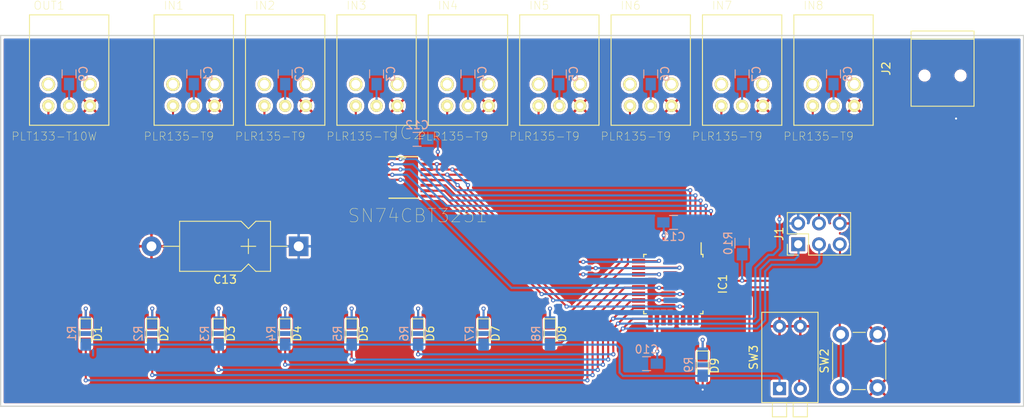
<source format=kicad_pcb>
(kicad_pcb (version 4) (host pcbnew 4.0.6)
  (layers (0 F.Cu signal) (31 B.Cu signal) (34 B.Paste user hide) (35 F.Paste user hide) (36 B.SilkS user) (37 F.SilkS user) (38 B.Mask user) (39 F.Mask user) (44 Edge.Cuts user))
  (net 0 "")
  (net 1 IN4)
  (net 2 IN5)
  (net 3 GND)
  (net 4 "Net-(C11-Pad1)")
  (net 5 LED7)
  (net 6 LED8)
  (net 7 IN6)
  (net 8 IN7)
  (net 9 IN8)
  (net 10 LED1)
  (net 11 LED2)
  (net 12 LED3)
  (net 13 LED4)
  (net 14 LED5)
  (net 15 LED6)
  (net 16 "Net-(C10-Pad1)")
  (net 17 "Net-(IC1-Pad19)")
  (net 18 "Net-(IC1-Pad20)")
  (net 19 "Net-(IC1-Pad22)")
  (net 20 S0)
  (net 21 S1)
  (net 22 S2)
  (net 23 /OE)
  (net 24 DIP1)
  (net 25 TACT)
  (net 26 "Net-(IC1-Pad29)")
  (net 27 IN1)
  (net 28 IN2)
  (net 29 IN3)
  (net 30 OUT)
  (net 31 "Net-(IC2-Pad6)")
  (net 32 "Net-(C12-Pad1)")
  (net 33 "Net-(C1-Pad1)")
  (net 34 "Net-(C2-Pad1)")
  (net 35 "Net-(C3-Pad1)")
  (net 36 "Net-(C4-Pad1)")
  (net 37 "Net-(C5-Pad1)")
  (net 38 "Net-(C6-Pad1)")
  (net 39 "Net-(C7-Pad1)")
  (net 40 "Net-(C8-Pad1)")
  (net 41 "Net-(C9-Pad1)")
  (net 42 VCC)
  (net 43 "Net-(D1-Pad1)")
  (net 44 "Net-(D2-Pad1)")
  (net 45 "Net-(D3-Pad1)")
  (net 46 "Net-(D4-Pad1)")
  (net 47 "Net-(D5-Pad1)")
  (net 48 "Net-(D6-Pad1)")
  (net 49 "Net-(D7-Pad1)")
  (net 50 "Net-(D8-Pad1)")
  (net 51 "Net-(D9-Pad1)")
  (net 52 "Net-(J2-Pad2)")
  (net 53 "Net-(J2-Pad3)")
  (net 54 "Net-(J2-Pad4)")
  (net 55 DIP2)
  (module Housings_QFP:TQFP-32_7x7mm_Pitch0.8mm (layer F.Cu) (at 142.97 99.36 270)
    (fp_text reference IC1 (at 0 -6.05 270) (layer F.SilkS))
    (fp_text value ATMEGA48A-AU)
    (pad 1 smd rect (at -4.25 -2.8 270) (size 1.6 0.55) (layers F.Cu F.Paste F.Mask) (net 1 IN4))
    (pad 2 smd rect (at -4.25 -2 270) (size 1.6 0.55) (layers F.Cu F.Paste F.Mask) (net 2 IN5))
    (pad 3 smd rect (at -4.25 -1.2 270) (size 1.6 0.55) (layers F.Cu F.Paste F.Mask) (net 3 GND))
    (pad 4 smd rect (at -4.25 -0.4 270) (size 1.6 0.55) (layers F.Cu F.Paste F.Mask) (net 4 "Net-(C11-Pad1)"))
    (pad 5 smd rect (at -4.25 0.4 270) (size 1.6 0.55) (layers F.Cu F.Paste F.Mask) (net 3 GND))
    (pad 6 smd rect (at -4.25 1.2 270) (size 1.6 0.55) (layers F.Cu F.Paste F.Mask) (net 4 "Net-(C11-Pad1)"))
    (pad 7 smd rect (at -4.25 2 270) (size 1.6 0.55) (layers F.Cu F.Paste F.Mask) (net 5 LED7))
    (pad 8 smd rect (at -4.25 2.8 270) (size 1.6 0.55) (layers F.Cu F.Paste F.Mask) (net 6 LED8))
    (pad 9 smd rect (at -2.8 4.25) (size 1.6 0.55) (layers F.Cu F.Paste F.Mask) (net 7 IN6))
    (pad 10 smd rect (at -2 4.25) (size 1.6 0.55) (layers F.Cu F.Paste F.Mask) (net 8 IN7))
    (pad 11 smd rect (at -1.2 4.25) (size 1.6 0.55) (layers F.Cu F.Paste F.Mask) (net 9 IN8))
    (pad 12 smd rect (at -0.4 4.25) (size 1.6 0.55) (layers F.Cu F.Paste F.Mask) (net 10 LED1))
    (pad 13 smd rect (at 0.4 4.25) (size 1.6 0.55) (layers F.Cu F.Paste F.Mask) (net 11 LED2))
    (pad 14 smd rect (at 1.2 4.25) (size 1.6 0.55) (layers F.Cu F.Paste F.Mask) (net 12 LED3))
    (pad 15 smd rect (at 2 4.25) (size 1.6 0.55) (layers F.Cu F.Paste F.Mask) (net 13 LED4))
    (pad 16 smd rect (at 2.8 4.25) (size 1.6 0.55) (layers F.Cu F.Paste F.Mask) (net 14 LED5))
    (pad 17 smd rect (at 4.25 2.8 270) (size 1.6 0.55) (layers F.Cu F.Paste F.Mask) (net 15 LED6))
    (pad 18 smd rect (at 4.25 2 270) (size 1.6 0.55) (layers F.Cu F.Paste F.Mask) (net 16 "Net-(C10-Pad1)"))
    (pad 19 smd rect (at 4.25 1.2 270) (size 1.6 0.55) (layers F.Cu F.Paste F.Mask) (net 17 "Net-(IC1-Pad19)"))
    (pad 20 smd rect (at 4.25 0.4 270) (size 1.6 0.55) (layers F.Cu F.Paste F.Mask) (net 18 "Net-(IC1-Pad20)"))
    (pad 21 smd rect (at 4.25 -0.4 270) (size 1.6 0.55) (layers F.Cu F.Paste F.Mask) (net 3 GND))
    (pad 22 smd rect (at 4.25 -1.2 270) (size 1.6 0.55) (layers F.Cu F.Paste F.Mask) (net 19 "Net-(IC1-Pad22)"))
    (pad 23 smd rect (at 4.25 -2 270) (size 1.6 0.55) (layers F.Cu F.Paste F.Mask) (net 20 S0))
    (pad 24 smd rect (at 4.25 -2.8 270) (size 1.6 0.55) (layers F.Cu F.Paste F.Mask) (net 21 S1))
    (pad 25 smd rect (at 2.8 -4.25) (size 1.6 0.55) (layers F.Cu F.Paste F.Mask) (net 22 S2))
    (pad 26 smd rect (at 2 -4.25) (size 1.6 0.55) (layers F.Cu F.Paste F.Mask) (net 23 /OE))
    (pad 27 smd rect (at 1.2 -4.25) (size 1.6 0.55) (layers F.Cu F.Paste F.Mask) (net 55 DIP2))
    (pad 28 smd rect (at 0.4 -4.25) (size 1.6 0.55) (layers F.Cu F.Paste F.Mask) (net 25 TACT))
    (pad 29 smd rect (at -0.4 -4.25) (size 1.6 0.55) (layers F.Cu F.Paste F.Mask) (net 26 "Net-(IC1-Pad29)"))
    (pad 30 smd rect (at -1.2 -4.25) (size 1.6 0.55) (layers F.Cu F.Paste F.Mask) (net 27 IN1))
    (pad 31 smd rect (at -2 -4.25) (size 1.6 0.55) (layers F.Cu F.Paste F.Mask) (net 28 IN2))
    (pad 32 smd rect (at -2.8 -4.25) (size 1.6 0.55) (layers F.Cu F.Paste F.Mask) (net 29 IN3))
  )
  (module SOP65P640X120-16N:SOP65P640X120-16N (layer F.Cu) (at 109.97 86.32)
    (fp_text reference IC2 (at 0.7112 -5.4864) (layer F.SilkS) (effects (font (size 1.64 1.64) (thickness 0.05))))
    (fp_text value SN74CBT3251 (at 1.7526 4.6736) (layer F.SilkS) (effects (font (size 1.64 1.64) (thickness 0.05))))
    (pad 1 smd rect (at -2.8194 -2.286) (size 1.4732 0.3556) (layers F.Cu F.Paste F.Mask) (net 1 IN4))
    (pad 2 smd rect (at -2.8194 -1.6256) (size 1.4732 0.3556) (layers F.Cu F.Paste F.Mask) (net 29 IN3))
    (pad 3 smd rect (at -2.8194 -0.9652) (size 1.4732 0.3556) (layers F.Cu F.Paste F.Mask) (net 28 IN2))
    (pad 4 smd rect (at -2.8194 -0.3302) (size 1.4732 0.3556) (layers F.Cu F.Paste F.Mask) (net 27 IN1))
    (pad 5 smd rect (at -2.8194 0.3302) (size 1.4732 0.3556) (layers F.Cu F.Paste F.Mask) (net 30 OUT))
    (pad 6 smd rect (at -2.8194 0.9652) (size 1.4732 0.3556) (layers F.Cu F.Paste F.Mask) (net 31 "Net-(IC2-Pad6)"))
    (pad 7 smd rect (at -2.8194 1.6256) (size 1.4732 0.3556) (layers F.Cu F.Paste F.Mask) (net 23 /OE))
    (pad 8 smd rect (at -2.8194 2.286) (size 1.4732 0.3556) (layers F.Cu F.Paste F.Mask) (net 3 GND))
    (pad 9 smd rect (at 2.8194 2.286) (size 1.4732 0.3556) (layers F.Cu F.Paste F.Mask) (net 22 S2))
    (pad 10 smd rect (at 2.8194 1.6256) (size 1.4732 0.3556) (layers F.Cu F.Paste F.Mask) (net 21 S1))
    (pad 11 smd rect (at 2.8194 0.9652) (size 1.4732 0.3556) (layers F.Cu F.Paste F.Mask) (net 20 S0))
    (pad 12 smd rect (at 2.8194 0.3302) (size 1.4732 0.3556) (layers F.Cu F.Paste F.Mask) (net 9 IN8))
    (pad 13 smd rect (at 2.8194 -0.3302) (size 1.4732 0.3556) (layers F.Cu F.Paste F.Mask) (net 8 IN7))
    (pad 14 smd rect (at 2.8194 -0.9652) (size 1.4732 0.3556) (layers F.Cu F.Paste F.Mask) (net 7 IN6))
    (pad 15 smd rect (at 2.8194 -1.6256) (size 1.4732 0.3556) (layers F.Cu F.Paste F.Mask) (net 2 IN5))
    (pad 16 smd rect (at 2.8194 -2.286) (size 1.4732 0.3556) (layers F.Cu F.Paste F.Mask) (net 32 "Net-(C12-Pad1)"))
  )
  (module Capacitors_SMD:C_0805_HandSoldering (layer B.Cu) (at 84.328 73.66 90)
    (fp_text reference C1 (at 0 1.75 90) (layer B.SilkS) (effects (justify mirror)))
    (fp_text value 100n)
    (pad 1 smd rect (at -1.25 0 90) (size 1.5 1.25) (layers B.Cu B.Paste B.Mask) (net 33 "Net-(C1-Pad1)"))
    (pad 2 smd rect (at 1.25 0 90) (size 1.5 1.25) (layers B.Cu B.Paste B.Mask) (net 42 VCC))
  )
  (module Capacitors_SMD:C_0805_HandSoldering (layer B.Cu) (at 95.504 73.66 90)
    (fp_text reference C2 (at 0 1.75 90) (layer B.SilkS) (effects (justify mirror)))
    (fp_text value 100n)
    (pad 1 smd rect (at -1.25 0 90) (size 1.5 1.25) (layers B.Cu B.Paste B.Mask) (net 34 "Net-(C2-Pad1)"))
    (pad 2 smd rect (at 1.25 0 90) (size 1.5 1.25) (layers B.Cu B.Paste B.Mask) (net 42 VCC))
  )
  (module Capacitors_SMD:C_0805_HandSoldering (layer B.Cu) (at 106.68 73.66 90)
    (fp_text reference C3 (at 0 1.75 90) (layer B.SilkS) (effects (justify mirror)))
    (fp_text value 100n)
    (pad 1 smd rect (at -1.25 0 90) (size 1.5 1.25) (layers B.Cu B.Paste B.Mask) (net 35 "Net-(C3-Pad1)"))
    (pad 2 smd rect (at 1.25 0 90) (size 1.5 1.25) (layers B.Cu B.Paste B.Mask) (net 42 VCC))
  )
  (module Capacitors_SMD:C_0805_HandSoldering (layer B.Cu) (at 117.856 73.66 90)
    (fp_text reference C4 (at 0 1.75 90) (layer B.SilkS) (effects (justify mirror)))
    (fp_text value 100n)
    (pad 1 smd rect (at -1.25 0 90) (size 1.5 1.25) (layers B.Cu B.Paste B.Mask) (net 36 "Net-(C4-Pad1)"))
    (pad 2 smd rect (at 1.25 0 90) (size 1.5 1.25) (layers B.Cu B.Paste B.Mask) (net 42 VCC))
  )
  (module Capacitors_SMD:C_0805_HandSoldering (layer B.Cu) (at 129.032 73.66 90)
    (fp_text reference C5 (at 0 1.75 90) (layer B.SilkS) (effects (justify mirror)))
    (fp_text value 100n)
    (pad 1 smd rect (at -1.25 0 90) (size 1.5 1.25) (layers B.Cu B.Paste B.Mask) (net 37 "Net-(C5-Pad1)"))
    (pad 2 smd rect (at 1.25 0 90) (size 1.5 1.25) (layers B.Cu B.Paste B.Mask) (net 42 VCC))
  )
  (module Capacitors_SMD:C_0805_HandSoldering (layer B.Cu) (at 140.208 73.66 90)
    (fp_text reference C6 (at 0 1.75 90) (layer B.SilkS) (effects (justify mirror)))
    (fp_text value 100n)
    (pad 1 smd rect (at -1.25 0 90) (size 1.5 1.25) (layers B.Cu B.Paste B.Mask) (net 38 "Net-(C6-Pad1)"))
    (pad 2 smd rect (at 1.25 0 90) (size 1.5 1.25) (layers B.Cu B.Paste B.Mask) (net 42 VCC))
  )
  (module Capacitors_SMD:C_0805_HandSoldering (layer B.Cu) (at 151.384 73.66 90)
    (fp_text reference C7 (at 0 1.75 90) (layer B.SilkS) (effects (justify mirror)))
    (fp_text value 100n)
    (pad 1 smd rect (at -1.25 0 90) (size 1.5 1.25) (layers B.Cu B.Paste B.Mask) (net 39 "Net-(C7-Pad1)"))
    (pad 2 smd rect (at 1.25 0 90) (size 1.5 1.25) (layers B.Cu B.Paste B.Mask) (net 42 VCC))
  )
  (module Capacitors_SMD:C_0805_HandSoldering (layer B.Cu) (at 162.56 73.66 90)
    (fp_text reference C8 (at 0 1.75 90) (layer B.SilkS) (effects (justify mirror)))
    (fp_text value 100n)
    (pad 1 smd rect (at -1.25 0 90) (size 1.5 1.25) (layers B.Cu B.Paste B.Mask) (net 40 "Net-(C8-Pad1)"))
    (pad 2 smd rect (at 1.25 0 90) (size 1.5 1.25) (layers B.Cu B.Paste B.Mask) (net 42 VCC))
  )
  (module Capacitors_SMD:C_0805_HandSoldering (layer B.Cu) (at 69.078 73.65 90)
    (fp_text reference C9 (at 0 1.75 90) (layer B.SilkS) (effects (justify mirror)))
    (fp_text value 100n)
    (pad 1 smd rect (at -1.25 0 90) (size 1.5 1.25) (layers B.Cu B.Paste B.Mask) (net 41 "Net-(C9-Pad1)"))
    (pad 2 smd rect (at 1.25 0 90) (size 1.5 1.25) (layers B.Cu B.Paste B.Mask) (net 42 VCC))
  )
  (module Capacitors_SMD:C_0805_HandSoldering (layer B.Cu) (at 139.7 109.093 180)
    (fp_text reference C10 (at 0 1.75 180) (layer B.SilkS) (effects (justify mirror)))
    (fp_text value 100n)
    (pad 1 smd rect (at -1.25 0 180) (size 1.5 1.25) (layers B.Cu B.Paste B.Mask) (net 16 "Net-(C10-Pad1)"))
    (pad 2 smd rect (at 1.25 0 180) (size 1.5 1.25) (layers B.Cu B.Paste B.Mask) (net 42 VCC))
  )
  (module Capacitors_SMD:C_0805_HandSoldering (layer B.Cu) (at 143.002 91.821)
    (fp_text reference C11 (at 0 1.75) (layer B.SilkS) (effects (justify mirror)))
    (fp_text value 100n)
    (pad 1 smd rect (at -1.25 0) (size 1.5 1.25) (layers B.Cu B.Paste B.Mask) (net 4 "Net-(C11-Pad1)"))
    (pad 2 smd rect (at 1.25 0) (size 1.5 1.25) (layers B.Cu B.Paste B.Mask) (net 42 VCC))
  )
  (module Capacitors_SMD:C_0805_HandSoldering (layer B.Cu) (at 111.633 81.661 180)
    (fp_text reference C12 (at 0 1.75 180) (layer B.SilkS) (effects (justify mirror)))
    (fp_text value n100)
    (pad 1 smd rect (at -1.25 0 180) (size 1.5 1.25) (layers B.Cu B.Paste B.Mask) (net 32 "Net-(C12-Pad1)"))
    (pad 2 smd rect (at 1.25 0 180) (size 1.5 1.25) (layers B.Cu B.Paste B.Mask) (net 42 VCC))
  )
  (module Capacitors_THT:CP_Axial_L11.0mm_D6.0mm_P18.00mm_Horizontal (layer F.Cu) (at 97.155 94.742 180)
    (fp_text reference C13 (at 9 -4.06 180) (layer F.SilkS))
    (fp_text value 100u)
    (pad 1 thru_hole rect (at 0 0 180) (size 2.4 2.4) (drill 1.2) (layers *.Cu *.Mask) (net 42 VCC))
    (pad 2 thru_hole oval (at 18 0 180) (size 2.4 2.4) (drill 1.2) (layers *.Cu *.Mask) (net 3 GND))
  )
  (module LEDs:LED_0805 (layer F.Cu) (at 71.12 105.41 270)
    (fp_text reference D1 (at 0 -1.45 270) (layer F.SilkS))
    (fp_text value LED)
    (pad 2 smd rect (at 1.1 0 90) (size 1.2 1.2) (layers F.Cu F.Paste F.Mask) (net 10 LED1))
    (pad 1 smd rect (at -1.1 0 90) (size 1.2 1.2) (layers F.Cu F.Paste F.Mask) (net 43 "Net-(D1-Pad1)"))
  )
  (module LEDs:LED_0805 (layer F.Cu) (at 79.248 105.41 270)
    (fp_text reference D2 (at 0 -1.45 270) (layer F.SilkS))
    (fp_text value LED)
    (pad 2 smd rect (at 1.1 0 90) (size 1.2 1.2) (layers F.Cu F.Paste F.Mask) (net 11 LED2))
    (pad 1 smd rect (at -1.1 0 90) (size 1.2 1.2) (layers F.Cu F.Paste F.Mask) (net 44 "Net-(D2-Pad1)"))
  )
  (module LEDs:LED_0805 (layer F.Cu) (at 87.376 105.41 270)
    (fp_text reference D3 (at 0 -1.45 270) (layer F.SilkS))
    (fp_text value LED)
    (pad 2 smd rect (at 1.1 0 90) (size 1.2 1.2) (layers F.Cu F.Paste F.Mask) (net 12 LED3))
    (pad 1 smd rect (at -1.1 0 90) (size 1.2 1.2) (layers F.Cu F.Paste F.Mask) (net 45 "Net-(D3-Pad1)"))
  )
  (module LEDs:LED_0805 (layer F.Cu) (at 95.504 105.41 270)
    (fp_text reference D4 (at 0 -1.45 270) (layer F.SilkS))
    (fp_text value LED)
    (pad 2 smd rect (at 1.1 0 90) (size 1.2 1.2) (layers F.Cu F.Paste F.Mask) (net 13 LED4))
    (pad 1 smd rect (at -1.1 0 90) (size 1.2 1.2) (layers F.Cu F.Paste F.Mask) (net 46 "Net-(D4-Pad1)"))
  )
  (module LEDs:LED_0805 (layer F.Cu) (at 103.632 105.41 270)
    (fp_text reference D5 (at 0 -1.45 270) (layer F.SilkS))
    (fp_text value LED)
    (pad 2 smd rect (at 1.1 0 90) (size 1.2 1.2) (layers F.Cu F.Paste F.Mask) (net 14 LED5))
    (pad 1 smd rect (at -1.1 0 90) (size 1.2 1.2) (layers F.Cu F.Paste F.Mask) (net 47 "Net-(D5-Pad1)"))
  )
  (module LEDs:LED_0805 (layer F.Cu) (at 111.76 105.41 270)
    (fp_text reference D6 (at 0 -1.45 270) (layer F.SilkS))
    (fp_text value LED)
    (pad 2 smd rect (at 1.1 0 90) (size 1.2 1.2) (layers F.Cu F.Paste F.Mask) (net 15 LED6))
    (pad 1 smd rect (at -1.1 0 90) (size 1.2 1.2) (layers F.Cu F.Paste F.Mask) (net 48 "Net-(D6-Pad1)"))
  )
  (module LEDs:LED_0805 (layer F.Cu) (at 119.761 105.41 270)
    (fp_text reference D7 (at 0 -1.45 270) (layer F.SilkS))
    (fp_text value LED)
    (pad 2 smd rect (at 1.1 0 90) (size 1.2 1.2) (layers F.Cu F.Paste F.Mask) (net 5 LED7))
    (pad 1 smd rect (at -1.1 0 90) (size 1.2 1.2) (layers F.Cu F.Paste F.Mask) (net 49 "Net-(D7-Pad1)"))
  )
  (module LEDs:LED_0805 (layer F.Cu) (at 127.889 105.41 270)
    (fp_text reference D8 (at 0 -1.45 270) (layer F.SilkS))
    (fp_text value LED)
    (pad 2 smd rect (at 1.1 0 90) (size 1.2 1.2) (layers F.Cu F.Paste F.Mask) (net 6 LED8))
    (pad 1 smd rect (at -1.1 0 90) (size 1.2 1.2) (layers F.Cu F.Paste F.Mask) (net 50 "Net-(D8-Pad1)"))
  )
  (module LEDs:LED_0805 (layer F.Cu) (at 146.558 109.347 270)
    (fp_text reference D9 (at 0 -1.45 270) (layer F.SilkS))
    (fp_text value LED)
    (pad 2 smd rect (at 1.1 0 90) (size 1.2 1.2) (layers F.Cu F.Paste F.Mask) (net 42 VCC))
    (pad 1 smd rect (at -1.1 0 90) (size 1.2 1.2) (layers F.Cu F.Paste F.Mask) (net 51 "Net-(D9-Pad1)"))
  )
  (module Pin_Headers:Pin_Header_Straight_2x03_Pitch2.54mm (layer F.Cu) (at 158.242 94.488 90)
    (fp_text reference J1 (at 1.27 -2.33 90) (layer F.SilkS))
    (fp_text value CONN_02X03)
    (pad 1 thru_hole rect (at 0 0 90) (size 1.7 1.7) (drill 1) (layers *.Cu *.Mask) (net 14 LED5))
    (pad 2 thru_hole oval (at 2.54 0 90) (size 1.7 1.7) (drill 1) (layers *.Cu *.Mask) (net 42 VCC))
    (pad 3 thru_hole oval (at 0 2.54 90) (size 1.7 1.7) (drill 1) (layers *.Cu *.Mask) (net 15 LED6))
    (pad 4 thru_hole oval (at 2.54 2.54 90) (size 1.7 1.7) (drill 1) (layers *.Cu *.Mask) (net 13 LED4))
    (pad 5 thru_hole oval (at 0 5.08 90) (size 1.7 1.7) (drill 1) (layers *.Cu *.Mask) (net 26 "Net-(IC1-Pad29)"))
    (pad 6 thru_hole oval (at 2.54 5.08 90) (size 1.7 1.7) (drill 1) (layers *.Cu *.Mask) (net 3 GND))
  )
  (module Connectors:USB_Mini-B (layer F.Cu) (at 175.895 73.66 270)
    (fp_text reference J2 (at -0.65 6.9 270) (layer F.SilkS))
    (fp_text value USB_OTG)
    (pad 1 smd rect (at 2.8 -1.6 270) (size 2.3 0.5) (layers F.Cu F.Paste F.Mask) (net 42 VCC))
    (pad 2 smd rect (at 2.8 -0.8 270) (size 2.3 0.5) (layers F.Cu F.Paste F.Mask) (net 52 "Net-(J2-Pad2)"))
    (pad 3 smd rect (at 2.8 0 270) (size 2.3 0.5) (layers F.Cu F.Paste F.Mask) (net 53 "Net-(J2-Pad3)"))
    (pad 4 smd rect (at 2.8 0.8 270) (size 2.3 0.5) (layers F.Cu F.Paste F.Mask) (net 54 "Net-(J2-Pad4)"))
    (pad 5 smd rect (at 2.8 1.6 270) (size 2.3 0.5) (layers F.Cu F.Paste F.Mask) (net 3 GND))
    (pad 6 smd rect (at 2.7 -4.45 270) (size 2.5 2) (layers F.Cu F.Paste F.Mask) (net 3 GND))
    (pad 6 smd rect (at -2.8 -4.45 270) (size 2.5 2) (layers F.Cu F.Paste F.Mask) (net 3 GND))
    (pad 6 smd rect (at 2.7 4.45 270) (size 2.5 2) (layers F.Cu F.Paste F.Mask) (net 3 GND))
    (pad 6 smd rect (at -2.8 4.45 270) (size 2.5 2) (layers F.Cu F.Paste F.Mask) (net 3 GND))
    (pad "" np_thru_hole circle (at 0.2 -2.2 270) (size 0.9 0.9) (drill 0.9) (layers *.Cu *.Mask))
    (pad "" np_thru_hole circle (at 0.2 2.2 270) (size 0.9 0.9) (drill 0.9) (layers *.Cu *.Mask))
  )
  (module Resistors_SMD:R_0805_HandSoldering (layer B.Cu) (at 71.12 105.41 270)
    (fp_text reference R1 (at 0 1.7 270) (layer B.SilkS) (effects (justify mirror)))
    (fp_text value 330)
    (pad 1 smd rect (at -1.35 0 270) (size 1.5 1.3) (layers B.Cu B.Paste B.Mask) (net 43 "Net-(D1-Pad1)"))
    (pad 2 smd rect (at 1.35 0 270) (size 1.5 1.3) (layers B.Cu B.Paste B.Mask) (net 24 DIP1))
  )
  (module Resistors_SMD:R_0805_HandSoldering (layer B.Cu) (at 79.248 105.41 270)
    (fp_text reference R2 (at 0 1.7 270) (layer B.SilkS) (effects (justify mirror)))
    (fp_text value 330)
    (pad 1 smd rect (at -1.35 0 270) (size 1.5 1.3) (layers B.Cu B.Paste B.Mask) (net 44 "Net-(D2-Pad1)"))
    (pad 2 smd rect (at 1.35 0 270) (size 1.5 1.3) (layers B.Cu B.Paste B.Mask) (net 24 DIP1))
  )
  (module Resistors_SMD:R_0805_HandSoldering (layer B.Cu) (at 87.376 105.41 270)
    (fp_text reference R3 (at 0 1.7 270) (layer B.SilkS) (effects (justify mirror)))
    (fp_text value 330)
    (pad 1 smd rect (at -1.35 0 270) (size 1.5 1.3) (layers B.Cu B.Paste B.Mask) (net 45 "Net-(D3-Pad1)"))
    (pad 2 smd rect (at 1.35 0 270) (size 1.5 1.3) (layers B.Cu B.Paste B.Mask) (net 24 DIP1))
  )
  (module Resistors_SMD:R_0805_HandSoldering (layer B.Cu) (at 95.504 105.41 270)
    (fp_text reference R4 (at 0 1.7 270) (layer B.SilkS) (effects (justify mirror)))
    (fp_text value 330)
    (pad 1 smd rect (at -1.35 0 270) (size 1.5 1.3) (layers B.Cu B.Paste B.Mask) (net 46 "Net-(D4-Pad1)"))
    (pad 2 smd rect (at 1.35 0 270) (size 1.5 1.3) (layers B.Cu B.Paste B.Mask) (net 24 DIP1))
  )
  (module Resistors_SMD:R_0805_HandSoldering (layer B.Cu) (at 103.632 105.41 270)
    (fp_text reference R5 (at 0 1.7 270) (layer B.SilkS) (effects (justify mirror)))
    (fp_text value 330)
    (pad 1 smd rect (at -1.35 0 270) (size 1.5 1.3) (layers B.Cu B.Paste B.Mask) (net 47 "Net-(D5-Pad1)"))
    (pad 2 smd rect (at 1.35 0 270) (size 1.5 1.3) (layers B.Cu B.Paste B.Mask) (net 24 DIP1))
  )
  (module Resistors_SMD:R_0805_HandSoldering (layer B.Cu) (at 111.76 105.41 270)
    (fp_text reference R6 (at 0 1.7 270) (layer B.SilkS) (effects (justify mirror)))
    (fp_text value 330)
    (pad 1 smd rect (at -1.35 0 270) (size 1.5 1.3) (layers B.Cu B.Paste B.Mask) (net 48 "Net-(D6-Pad1)"))
    (pad 2 smd rect (at 1.35 0 270) (size 1.5 1.3) (layers B.Cu B.Paste B.Mask) (net 24 DIP1))
  )
  (module Resistors_SMD:R_0805_HandSoldering (layer B.Cu) (at 119.761 105.41 270)
    (fp_text reference R7 (at 0 1.7 270) (layer B.SilkS) (effects (justify mirror)))
    (fp_text value 330)
    (pad 1 smd rect (at -1.35 0 270) (size 1.5 1.3) (layers B.Cu B.Paste B.Mask) (net 49 "Net-(D7-Pad1)"))
    (pad 2 smd rect (at 1.35 0 270) (size 1.5 1.3) (layers B.Cu B.Paste B.Mask) (net 24 DIP1))
  )
  (module Resistors_SMD:R_0805_HandSoldering (layer B.Cu) (at 127.889 105.41 270)
    (fp_text reference R8 (at 0 1.7 270) (layer B.SilkS) (effects (justify mirror)))
    (fp_text value 330)
    (pad 1 smd rect (at -1.35 0 270) (size 1.5 1.3) (layers B.Cu B.Paste B.Mask) (net 50 "Net-(D8-Pad1)"))
    (pad 2 smd rect (at 1.35 0 270) (size 1.5 1.3) (layers B.Cu B.Paste B.Mask) (net 24 DIP1))
  )
  (module Resistors_SMD:R_0805_HandSoldering (layer B.Cu) (at 146.558 109.22 270)
    (fp_text reference R9 (at 0 1.7 270) (layer B.SilkS) (effects (justify mirror)))
    (fp_text value 330)
    (pad 1 smd rect (at -1.35 0 270) (size 1.5 1.3) (layers B.Cu B.Paste B.Mask) (net 51 "Net-(D9-Pad1)"))
    (pad 2 smd rect (at 1.35 0 270) (size 1.5 1.3) (layers B.Cu B.Paste B.Mask) (net 24 DIP1))
  )
  (module Resistors_SMD:R_0805_HandSoldering (layer B.Cu) (at 151.384 94.361 270)
    (fp_text reference R10 (at 0 1.7 270) (layer B.SilkS) (effects (justify mirror)))
    (fp_text value 10k)
    (pad 1 smd rect (at -1.35 0 270) (size 1.5 1.3) (layers B.Cu B.Paste B.Mask) (net 42 VCC))
    (pad 2 smd rect (at 1.35 0 270) (size 1.5 1.3) (layers B.Cu B.Paste B.Mask) (net 26 "Net-(IC1-Pad29)"))
  )
  (module Buttons_Switches_THT:SW_PUSH_6mm_h4.3mm (layer F.Cu) (at 163.449 112.014 90)
    (fp_text reference SW2 (at 3.25 -2 90) (layer F.SilkS))
    (fp_text value INPUT_CYCL_SW)
    (pad 2 thru_hole circle (at 0 4.5 180) (size 2 2) (drill 1.1) (layers *.Cu *.Mask) (net 3 GND))
    (pad 1 thru_hole circle (at 0 0 180) (size 2 2) (drill 1.1) (layers *.Cu *.Mask) (net 25 TACT))
    (pad 2 thru_hole circle (at 6.5 4.5 180) (size 2 2) (drill 1.1) (layers *.Cu *.Mask) (net 3 GND))
    (pad 1 thru_hole circle (at 6.5 0 180) (size 2 2) (drill 1.1) (layers *.Cu *.Mask) (net 25 TACT))
  )
  (module Buttons_Switches_THT:SW_DIP_x2_W7.62mm_Piano (layer F.Cu) (at 155.956 112.141 90)
    (fp_text reference SW3 (at 3.81 -3.17 90) (layer F.SilkS))
    (fp_text value SW_DIP_x02)
    (pad 1 thru_hole rect (at 0 0 90) (size 1.6 1.6) (drill 0.8) (layers *.Cu *.Mask) (net 24 DIP1))
    (pad 3 thru_hole oval (at 7.62 2.54 90) (size 1.6 1.6) (drill 0.8) (layers *.Cu *.Mask) (net 3 GND))
    (pad 2 thru_hole oval (at 0 2.54 90) (size 1.6 1.6) (drill 0.8) (layers *.Cu *.Mask) (net 55 DIP2))
    (pad 4 thru_hole oval (at 7.62 0 90) (size 1.6 1.6) (drill 0.8) (layers *.Cu *.Mask) (net 3 GND))
  )
  (module customlib:PLT133-T10W (layer F.Cu) (at 84.328 74.93)
    (fp_text reference IN1 (at -2.46 -9.635) (layer F.SilkS) (effects (font (thickness 0.05))))
    (fp_text value PLR135-T9 (at -1.825 6.365) (layer F.SilkS) (effects (font (thickness 0.05))))
    (pad 1 thru_hole circle (at 2.54 2.63) (size 1.5 1.5) (drill 0.8) (layers *.Cu *.Mask F.SilkS) (net 3 GND))
    (pad 2 thru_hole circle (at 0 2.63) (size 1.5 1.5) (drill 0.8) (layers *.Cu *.Mask F.SilkS) (net 33 "Net-(C1-Pad1)"))
    (pad 3 thru_hole circle (at -2.54 2.63) (size 1.5 1.5) (drill 0.8) (layers *.Cu *.Mask F.SilkS) (net 27 IN1))
    (pad NC2 thru_hole circle (at -2.54 0) (size 1.65 1.65) (drill 1.1) (layers *.Cu *.Mask F.SilkS))
    (pad NC1 thru_hole circle (at 2.54 0) (size 1.65 1.65) (drill 1.1) (layers *.Cu *.Mask F.SilkS))
  )
  (module customlib:PLT133-T10W (layer F.Cu) (at 95.504 74.93)
    (fp_text reference IN2 (at -2.46 -9.635) (layer F.SilkS) (effects (font (thickness 0.05))))
    (fp_text value PLR135-T9 (at -1.825 6.365) (layer F.SilkS) (effects (font (thickness 0.05))))
    (pad 1 thru_hole circle (at 2.54 2.63) (size 1.5 1.5) (drill 0.8) (layers *.Cu *.Mask F.SilkS) (net 3 GND))
    (pad 2 thru_hole circle (at 0 2.63) (size 1.5 1.5) (drill 0.8) (layers *.Cu *.Mask F.SilkS) (net 34 "Net-(C2-Pad1)"))
    (pad 3 thru_hole circle (at -2.54 2.63) (size 1.5 1.5) (drill 0.8) (layers *.Cu *.Mask F.SilkS) (net 28 IN2))
    (pad NC2 thru_hole circle (at -2.54 0) (size 1.65 1.65) (drill 1.1) (layers *.Cu *.Mask F.SilkS))
    (pad NC1 thru_hole circle (at 2.54 0) (size 1.65 1.65) (drill 1.1) (layers *.Cu *.Mask F.SilkS))
  )
  (module customlib:PLT133-T10W (layer F.Cu) (at 106.68 74.93)
    (fp_text reference IN3 (at -2.46 -9.635) (layer F.SilkS) (effects (font (thickness 0.05))))
    (fp_text value PLR135-T9 (at -1.825 6.365) (layer F.SilkS) (effects (font (thickness 0.05))))
    (pad 1 thru_hole circle (at 2.54 2.63) (size 1.5 1.5) (drill 0.8) (layers *.Cu *.Mask F.SilkS) (net 3 GND))
    (pad 2 thru_hole circle (at 0 2.63) (size 1.5 1.5) (drill 0.8) (layers *.Cu *.Mask F.SilkS) (net 35 "Net-(C3-Pad1)"))
    (pad 3 thru_hole circle (at -2.54 2.63) (size 1.5 1.5) (drill 0.8) (layers *.Cu *.Mask F.SilkS) (net 29 IN3))
    (pad NC2 thru_hole circle (at -2.54 0) (size 1.65 1.65) (drill 1.1) (layers *.Cu *.Mask F.SilkS))
    (pad NC1 thru_hole circle (at 2.54 0) (size 1.65 1.65) (drill 1.1) (layers *.Cu *.Mask F.SilkS))
  )
  (module customlib:PLT133-T10W (layer F.Cu) (at 117.856 74.93)
    (fp_text reference IN4 (at -2.46 -9.635) (layer F.SilkS) (effects (font (thickness 0.05))))
    (fp_text value PLR135-T9 (at -1.825 6.365) (layer F.SilkS) (effects (font (thickness 0.05))))
    (pad 1 thru_hole circle (at 2.54 2.63) (size 1.5 1.5) (drill 0.8) (layers *.Cu *.Mask F.SilkS) (net 3 GND))
    (pad 2 thru_hole circle (at 0 2.63) (size 1.5 1.5) (drill 0.8) (layers *.Cu *.Mask F.SilkS) (net 36 "Net-(C4-Pad1)"))
    (pad 3 thru_hole circle (at -2.54 2.63) (size 1.5 1.5) (drill 0.8) (layers *.Cu *.Mask F.SilkS) (net 1 IN4))
    (pad NC2 thru_hole circle (at -2.54 0) (size 1.65 1.65) (drill 1.1) (layers *.Cu *.Mask F.SilkS))
    (pad NC1 thru_hole circle (at 2.54 0) (size 1.65 1.65) (drill 1.1) (layers *.Cu *.Mask F.SilkS))
  )
  (module customlib:PLT133-T10W (layer F.Cu) (at 129.032 74.93)
    (fp_text reference IN5 (at -2.46 -9.635) (layer F.SilkS) (effects (font (thickness 0.05))))
    (fp_text value PLR135-T9 (at -1.825 6.365) (layer F.SilkS) (effects (font (thickness 0.05))))
    (pad 1 thru_hole circle (at 2.54 2.63) (size 1.5 1.5) (drill 0.8) (layers *.Cu *.Mask F.SilkS) (net 3 GND))
    (pad 2 thru_hole circle (at 0 2.63) (size 1.5 1.5) (drill 0.8) (layers *.Cu *.Mask F.SilkS) (net 37 "Net-(C5-Pad1)"))
    (pad 3 thru_hole circle (at -2.54 2.63) (size 1.5 1.5) (drill 0.8) (layers *.Cu *.Mask F.SilkS) (net 2 IN5))
    (pad NC2 thru_hole circle (at -2.54 0) (size 1.65 1.65) (drill 1.1) (layers *.Cu *.Mask F.SilkS))
    (pad NC1 thru_hole circle (at 2.54 0) (size 1.65 1.65) (drill 1.1) (layers *.Cu *.Mask F.SilkS))
  )
  (module customlib:PLT133-T10W (layer F.Cu) (at 140.208 74.93)
    (fp_text reference IN6 (at -2.46 -9.635) (layer F.SilkS) (effects (font (thickness 0.05))))
    (fp_text value PLR135-T9 (at -1.825 6.365) (layer F.SilkS) (effects (font (thickness 0.05))))
    (pad 1 thru_hole circle (at 2.54 2.63) (size 1.5 1.5) (drill 0.8) (layers *.Cu *.Mask F.SilkS) (net 3 GND))
    (pad 2 thru_hole circle (at 0 2.63) (size 1.5 1.5) (drill 0.8) (layers *.Cu *.Mask F.SilkS) (net 38 "Net-(C6-Pad1)"))
    (pad 3 thru_hole circle (at -2.54 2.63) (size 1.5 1.5) (drill 0.8) (layers *.Cu *.Mask F.SilkS) (net 7 IN6))
    (pad NC2 thru_hole circle (at -2.54 0) (size 1.65 1.65) (drill 1.1) (layers *.Cu *.Mask F.SilkS))
    (pad NC1 thru_hole circle (at 2.54 0) (size 1.65 1.65) (drill 1.1) (layers *.Cu *.Mask F.SilkS))
  )
  (module customlib:PLT133-T10W (layer F.Cu) (at 162.56 74.93)
    (fp_text reference IN8 (at -2.46 -9.635) (layer F.SilkS) (effects (font (thickness 0.05))))
    (fp_text value PLR135-T9 (at -1.825 6.365) (layer F.SilkS) (effects (font (thickness 0.05))))
    (pad 1 thru_hole circle (at 2.54 2.63) (size 1.5 1.5) (drill 0.8) (layers *.Cu *.Mask F.SilkS) (net 3 GND))
    (pad 2 thru_hole circle (at 0 2.63) (size 1.5 1.5) (drill 0.8) (layers *.Cu *.Mask F.SilkS) (net 40 "Net-(C8-Pad1)"))
    (pad 3 thru_hole circle (at -2.54 2.63) (size 1.5 1.5) (drill 0.8) (layers *.Cu *.Mask F.SilkS) (net 9 IN8))
    (pad NC2 thru_hole circle (at -2.54 0) (size 1.65 1.65) (drill 1.1) (layers *.Cu *.Mask F.SilkS))
    (pad NC1 thru_hole circle (at 2.54 0) (size 1.65 1.65) (drill 1.1) (layers *.Cu *.Mask F.SilkS))
  )
  (module customlib:PLT133-T10W (layer F.Cu) (at 69.088 74.93)
    (fp_text reference OUT1 (at -2.46 -9.635) (layer F.SilkS) (effects (font (thickness 0.05))))
    (fp_text value PLT133-T10W (at -1.825 6.365) (layer F.SilkS) (effects (font (thickness 0.05))))
    (pad 1 thru_hole circle (at 2.54 2.63) (size 1.5 1.5) (drill 0.8) (layers *.Cu *.Mask F.SilkS) (net 3 GND))
    (pad 2 thru_hole circle (at 0 2.63) (size 1.5 1.5) (drill 0.8) (layers *.Cu *.Mask F.SilkS) (net 41 "Net-(C9-Pad1)"))
    (pad 3 thru_hole circle (at -2.54 2.63) (size 1.5 1.5) (drill 0.8) (layers *.Cu *.Mask F.SilkS) (net 30 OUT))
    (pad NC2 thru_hole circle (at -2.54 0) (size 1.65 1.65) (drill 1.1) (layers *.Cu *.Mask F.SilkS))
    (pad NC1 thru_hole circle (at 2.54 0) (size 1.65 1.65) (drill 1.1) (layers *.Cu *.Mask F.SilkS))
  )
  (module customlib:PLT133-T10W (layer F.Cu) (at 151.384 74.93)
    (fp_text reference IN7 (at -2.46 -9.635) (layer F.SilkS) (effects (font (thickness 0.05))))
    (fp_text value PLR135-T9 (at -1.825 6.365) (layer F.SilkS) (effects (font (thickness 0.05))))
    (pad 1 thru_hole circle (at 2.54 2.63) (size 1.5 1.5) (drill 0.8) (layers *.Cu *.Mask F.SilkS) (net 3 GND))
    (pad 2 thru_hole circle (at 0 2.63) (size 1.5 1.5) (drill 0.8) (layers *.Cu *.Mask F.SilkS) (net 39 "Net-(C7-Pad1)"))
    (pad 3 thru_hole circle (at -2.54 2.63) (size 1.5 1.5) (drill 0.8) (layers *.Cu *.Mask F.SilkS) (net 8 IN7))
    (pad NC2 thru_hole circle (at -2.54 0) (size 1.65 1.65) (drill 1.1) (layers *.Cu *.Mask F.SilkS))
    (pad NC1 thru_hole circle (at 2.54 0) (size 1.65 1.65) (drill 1.1) (layers *.Cu *.Mask F.SilkS))
  )
  (gr_line (start 60.706 68.961) (end 185.801 68.961) (angle 90) (layer Edge.Cuts) (width 0.15))
  (gr_line (start 60.706 114.3) (end 185.801 114.3) (angle 90) (layer Edge.Cuts) (width 0.15))
  (gr_line (start 60.706 68.961) (end 60.706 114.3) (angle 90) (layer Edge.Cuts) (width 0.15))
  (gr_line (start 185.801 68.961) (end 185.801 114.3) (angle 90) (layer Edge.Cuts) (width 0.15))
  (segment (start 72.009 107.442) (end 72.009 108.077) (width 0.254) (layer B.Cu) (net 0))
  (segment (start 145.669 95.009) (end 145.669 88.519) (width 0.254) (layer F.Cu) (net 1))
  (segment (start 111.506 84.074) (end 115.951 88.519) (width 0.254) (layer B.Cu) (net 1))
  (segment (start 115.951 88.519) (end 145.669 88.519) (width 0.254) (layer B.Cu) (net 1))
  (via (at 145.669 88.519) (size 0.508) (drill 0.254) (layers F.Cu B.Cu) (net 1))
  (segment (start 111.506 84.074) (end 109.601 84.074) (width 0.254) (layer B.Cu) (net 1))
  (segment (start 145.669 95.009) (end 145.77 95.11) (width 0.254) (layer F.Cu) (net 1))
  (segment (start 107.1506 84.034) (end 107.1506 80.5554) (width 0.254) (layer F.Cu) (net 1))
  (segment (start 115.316 79.382366) (end 115.316 77.56) (width 0.254) (layer F.Cu) (net 1))
  (segment (start 114.688366 80.01) (end 115.316 79.382366) (width 0.254) (layer F.Cu) (net 1))
  (segment (start 107.696 80.01) (end 114.688366 80.01) (width 0.254) (layer F.Cu) (net 1))
  (segment (start 107.1506 80.5554) (end 107.696 80.01) (width 0.254) (layer F.Cu) (net 1))
  (segment (start 109.6485 84.0265) (end 109.601 84.074) (width 0.254) (layer B.Cu) (net 1))
  (segment (start 109.6485 84.0265) (end 109.622 84) (width 0.254) (layer B.Cu) (net 1))
  (via (at 109.601 84.074) (size 0.508) (drill 0.254) (layers F.Cu B.Cu) (net 1))
  (segment (start 109.601 84.074) (end 107.1906 84.074) (width 0.254) (layer F.Cu) (net 1))
  (segment (start 145.669 95.009) (end 145.77 95.11) (width 0.254) (layer F.Cu) (net 1))
  (segment (start 107.1906 84.074) (end 107.1506 84.034) (width 0.254) (layer F.Cu) (net 1))
  (segment (start 107.1846 84) (end 107.1506 84.034) (width 0.254) (layer F.Cu) (net 1))
  (segment (start 115.316 77.56) (end 115.4 77.6) (width 0.254) (layer B.Cu) (net 1))
  (segment (start 145.034 95.046) (end 145.034 87.884) (width 0.254) (layer F.Cu) (net 2))
  (segment (start 114.046 85.598) (end 116.332 87.884) (width 0.254) (layer B.Cu) (net 2))
  (segment (start 116.332 87.884) (end 145.034 87.884) (width 0.254) (layer B.Cu) (net 2))
  (via (at 145.034 87.884) (size 0.508) (drill 0.254) (layers F.Cu B.Cu) (net 2))
  (segment (start 114.046 85.598) (end 114.046 84.6944) (width 0.254) (layer B.Cu) (net 2))
  (segment (start 145.034 95.046) (end 144.97 95.11) (width 0.254) (layer F.Cu) (net 2))
  (via (at 114.046 84.6944) (size 0.508) (drill 0.254) (layers F.Cu B.Cu) (net 2))
  (segment (start 114.046 84.6944) (end 114.046 84.709) (width 0.254) (layer B.Cu) (net 2))
  (segment (start 112.7894 84.6944) (end 114.046 84.6944) (width 0.254) (layer F.Cu) (net 2))
  (segment (start 114.046 84.6944) (end 125.8716 84.6944) (width 0.254) (layer F.Cu) (net 2))
  (segment (start 125.8716 84.6944) (end 126.492 84.074) (width 0.254) (layer F.Cu) (net 2))
  (segment (start 126.492 84.074) (end 126.492 77.56) (width 0.254) (layer F.Cu) (net 2))
  (segment (start 163.56 91.65) (end 163.35 91.44) (width 0.254) (layer B.Cu) (net 3))
  (segment (start 163.322 91.468) (end 163.35 91.44) (width 0.254) (layer B.Cu) (net 3))
  (segment (start 141.8 91.75) (end 141.8 93.4) (width 0.254) (layer B.Cu) (net 4))
  (segment (start 141.77 93.43) (end 141.8 93.4) (width 0.254) (layer F.Cu) (net 4))
  (via (at 141.8 93.4) (size 0.508) (drill 0.254) (layers F.Cu B.Cu) (net 4))
  (segment (start 141.77 93.43) (end 141.77 95.11) (width 0.254) (layer F.Cu) (net 4))
  (segment (start 141.8 91.75) (end 141.65 91.6) (width 0.254) (layer B.Cu) (net 4))
  (segment (start 143.37 95.11) (end 143.4 95.2) (width 0.254) (layer F.Cu) (net 4))
  (segment (start 141.77 95.11) (end 141.8 95.2) (width 0.254) (layer F.Cu) (net 4))
  (segment (start 141.8 95.2) (end 142 95.4) (width 0.254) (layer F.Cu) (net 4))
  (segment (start 142 95.4) (end 142 96.2) (width 0.254) (layer F.Cu) (net 4))
  (segment (start 143.4 96) (end 143.4 95.2) (width 0.254) (layer F.Cu) (net 4))
  (segment (start 143.2 96.2) (end 143.4 96) (width 0.254) (layer F.Cu) (net 4))
  (segment (start 142 96.2) (end 143.2 96.2) (width 0.254) (layer F.Cu) (net 4))
  (segment (start 143.4 95.2) (end 143.37 95.11) (width 0.254) (layer F.Cu) (net 4))
  (segment (start 128.8 105.4) (end 120.871 105.4) (width 0.254) (layer F.Cu) (net 5))
  (segment (start 140.716 93.599) (end 139.7 93.599) (width 0.254) (layer F.Cu) (net 5))
  (segment (start 139.7 93.599) (end 139.446 93.853) (width 0.254) (layer F.Cu) (net 5))
  (segment (start 139.446 93.853) (end 139.446 94.107) (width 0.254) (layer F.Cu) (net 5))
  (segment (start 139.446 94.107) (end 139.192 94.361) (width 0.254) (layer F.Cu) (net 5))
  (segment (start 139.192 94.361) (end 137.414 94.361) (width 0.254) (layer F.Cu) (net 5))
  (segment (start 137.414 94.361) (end 136.652 95.123) (width 0.254) (layer F.Cu) (net 5))
  (segment (start 136.652 95.123) (end 136.652 96.52) (width 0.254) (layer F.Cu) (net 5))
  (segment (start 136.652 96.52) (end 133.858 99.314) (width 0.254) (layer F.Cu) (net 5))
  (segment (start 129.4 104.8) (end 129.4 103.772) (width 0.254) (layer F.Cu) (net 5))
  (segment (start 128.8 105.4) (end 129.4 104.8) (width 0.254) (layer F.Cu) (net 5))
  (segment (start 140.97 95.11) (end 140.97 93.853) (width 0.254) (layer F.Cu) (net 5))
  (segment (start 129.4 103.772) (end 133.858 99.314) (width 0.254) (layer F.Cu) (net 5))
  (segment (start 140.97 93.853) (end 140.716 93.599) (width 0.254) (layer F.Cu) (net 5))
  (segment (start 120.871 105.4) (end 119.761 106.51) (width 0.254) (layer F.Cu) (net 5))
  (segment (start 140.97 95.11) (end 141 95.2) (width 0.254) (layer F.Cu) (net 5))
  (segment (start 140.17 95.11) (end 137.808 95.11) (width 0.254) (layer F.Cu) (net 6))
  (segment (start 134.874 99.441) (end 130 104.315) (width 0.254) (layer F.Cu) (net 6))
  (segment (start 130 104.315) (end 130 105.8) (width 0.254) (layer F.Cu) (net 6))
  (segment (start 129.28 106.52) (end 127.94 106.52) (width 0.254) (layer F.Cu) (net 6))
  (segment (start 129.28 106.52) (end 130 105.8) (width 0.254) (layer F.Cu) (net 6))
  (segment (start 137.414 96.901) (end 134.874 99.441) (width 0.254) (layer F.Cu) (net 6))
  (segment (start 137.414 95.504) (end 137.414 96.901) (width 0.254) (layer F.Cu) (net 6))
  (segment (start 137.808 95.11) (end 137.414 95.504) (width 0.254) (layer F.Cu) (net 6))
  (segment (start 140.17 95.11) (end 140.2 95.2) (width 0.254) (layer F.Cu) (net 6))
  (segment (start 117.856 87.249) (end 115.951 85.344) (width 0.254) (layer B.Cu) (net 7))
  (segment (start 117.856 87.757) (end 117.856 87.249) (width 0.254) (layer F.Cu) (net 7))
  (via (at 117.856 87.249) (size 0.508) (drill 0.254) (layers F.Cu B.Cu) (net 7))
  (segment (start 131.953 96.647) (end 126.746 96.647) (width 0.254) (layer F.Cu) (net 7))
  (segment (start 137.541 96.647) (end 131.953 96.647) (width 0.254) (layer B.Cu) (net 7))
  (via (at 141.224 96.52) (size 0.508) (drill 0.254) (layers F.Cu B.Cu) (net 7))
  (segment (start 141.224 96.52) (end 141.097 96.647) (width 0.254) (layer B.Cu) (net 7))
  (segment (start 137.541 96.647) (end 141.097 96.647) (width 0.254) (layer B.Cu) (net 7))
  (via (at 131.953 96.647) (size 0.508) (drill 0.254) (layers F.Cu B.Cu) (net 7))
  (segment (start 126.746 96.647) (end 117.856 87.757) (width 0.254) (layer F.Cu) (net 7))
  (segment (start 115.951 85.3548) (end 115.824 85.3548) (width 0.254) (layer F.Cu) (net 7))
  (segment (start 115.951 85.344) (end 115.951 85.3548) (width 0.254) (layer F.Cu) (net 7))
  (via (at 115.951 85.344) (size 0.508) (drill 0.254) (layers F.Cu B.Cu) (net 7))
  (segment (start 115.824 85.344) (end 115.824 85.3548) (width 0.254) (layer F.Cu) (net 7))
  (segment (start 115.824 85.3548) (end 115.824 85.3548) (width 0.254) (layer F.Cu) (net 7))
  (segment (start 115.824 85.3548) (end 115.824 85.344) (width 0.254) (layer F.Cu) (net 7))
  (segment (start 115.824 85.344) (end 115.824 85.3548) (width 0.254) (layer F.Cu) (net 7))
  (segment (start 115.443 85.344) (end 115.443 85.3548) (width 0.254) (layer F.Cu) (net 7))
  (segment (start 115.443 85.3548) (end 115.443 85.344) (width 0.254) (layer F.Cu) (net 7))
  (segment (start 115.443 85.344) (end 115.443 85.3548) (width 0.254) (layer F.Cu) (net 7))
  (segment (start 112.7894 85.3548) (end 115.443 85.3548) (width 0.254) (layer F.Cu) (net 7))
  (segment (start 115.443 85.3548) (end 115.824 85.3548) (width 0.254) (layer F.Cu) (net 7))
  (segment (start 115.824 85.3548) (end 131.953 85.3548) (width 0.254) (layer F.Cu) (net 7))
  (segment (start 131.953 85.3548) (end 137.0222 85.3548) (width 0.254) (layer F.Cu) (net 7))
  (segment (start 137.668 84.709) (end 137.668 77.56) (width 0.254) (layer F.Cu) (net 7))
  (segment (start 137.0222 85.3548) (end 137.668 84.709) (width 0.254) (layer F.Cu) (net 7))
  (segment (start 138.72 96.56) (end 141.184 96.56) (width 0.254) (layer F.Cu) (net 7))
  (segment (start 112.8002 85.344) (end 112.7894 85.3548) (width 0.254) (layer F.Cu) (net 7))
  (segment (start 116.586 87.249) (end 115.316 85.979) (width 0.254) (layer B.Cu) (net 8))
  (via (at 116.586 87.249) (size 0.508) (drill 0.254) (layers F.Cu B.Cu) (net 8))
  (via (at 115.316 85.979) (size 0.508) (drill 0.254) (layers F.Cu B.Cu) (net 8))
  (segment (start 115.316 85.979) (end 115.316 85.9898) (width 0.254) (layer F.Cu) (net 8))
  (segment (start 115.316 85.9898) (end 115.316 85.979) (width 0.254) (layer F.Cu) (net 8))
  (segment (start 115.316 85.979) (end 115.316 85.9898) (width 0.254) (layer F.Cu) (net 8))
  (segment (start 133.477 97.409) (end 126.746 97.409) (width 0.254) (layer F.Cu) (net 8))
  (via (at 133.477 97.409) (size 0.508) (drill 0.254) (layers F.Cu B.Cu) (net 8))
  (segment (start 143.666 97.409) (end 136.906 97.409) (width 0.254) (layer B.Cu) (net 8))
  (segment (start 136.906 97.409) (end 133.477 97.409) (width 0.254) (layer B.Cu) (net 8))
  (via (at 143.715 97.36) (size 0.508) (drill 0.254) (layers F.Cu B.Cu) (net 8))
  (segment (start 126.746 97.409) (end 116.459 87.122) (width 0.254) (layer F.Cu) (net 8))
  (segment (start 134.493 85.979) (end 134.493 85.9898) (width 0.254) (layer F.Cu) (net 8))
  (segment (start 134.493 85.9898) (end 134.493 85.979) (width 0.254) (layer F.Cu) (net 8))
  (segment (start 134.493 85.979) (end 134.493 85.9898) (width 0.254) (layer F.Cu) (net 8))
  (segment (start 112.7894 85.9898) (end 115.316 85.9898) (width 0.254) (layer F.Cu) (net 8))
  (segment (start 115.316 85.9898) (end 134.493 85.9898) (width 0.254) (layer F.Cu) (net 8))
  (segment (start 134.493 85.9898) (end 148.3252 85.9898) (width 0.254) (layer F.Cu) (net 8))
  (segment (start 148.844 85.471) (end 148.844 77.56) (width 0.254) (layer F.Cu) (net 8))
  (segment (start 148.3252 85.9898) (end 148.844 85.471) (width 0.254) (layer F.Cu) (net 8))
  (segment (start 143.715 97.36) (end 138.72 97.36) (width 0.254) (layer F.Cu) (net 8))
  (segment (start 158.496 86.106) (end 159.512 86.106) (width 0.254) (layer F.Cu) (net 9))
  (segment (start 156.0468 86.6502) (end 156.591 86.106) (width 0.254) (layer F.Cu) (net 9))
  (segment (start 156.591 86.106) (end 158.496 86.106) (width 0.254) (layer F.Cu) (net 9))
  (segment (start 112.7894 86.6502) (end 156.0468 86.6502) (width 0.254) (layer F.Cu) (net 9))
  (segment (start 160.02 85.598) (end 160.02 77.56) (width 0.254) (layer F.Cu) (net 9))
  (segment (start 159.512 86.106) (end 160.02 85.598) (width 0.254) (layer F.Cu) (net 9))
  (segment (start 141.224 98.171) (end 131.953 98.171) (width 0.254) (layer B.Cu) (net 9))
  (segment (start 131.953 98.171) (end 126.746 98.171) (width 0.254) (layer F.Cu) (net 9))
  (segment (start 115.2798 86.6798) (end 126.746 98.171) (width 0.254) (layer F.Cu) (net 9))
  (segment (start 115.2798 86.6798) (end 115.2798 86.6502) (width 0.254) (layer F.Cu) (net 9))
  (via (at 131.953 98.171) (size 0.508) (drill 0.254) (layers F.Cu B.Cu) (net 9))
  (via (at 141.224 98.171) (size 0.508) (drill 0.254) (layers F.Cu B.Cu) (net 9))
  (segment (start 138.72 98.16) (end 141.213 98.16) (width 0.254) (layer F.Cu) (net 9))
  (segment (start 112.7894 86.6502) (end 115.2798 86.6502) (width 0.254) (layer F.Cu) (net 9))
  (segment (start 71.12 106.51) (end 71.12 111.125) (width 0.254) (layer F.Cu) (net 10))
  (segment (start 136.652 98.96) (end 138.72 98.96) (width 0.254) (layer F.Cu) (net 10))
  (via (at 71.12 111.125) (size 0.508) (drill 0.254) (layers F.Cu B.Cu) (net 10))
  (segment (start 132.461 111.125) (end 132.461 103.251) (width 0.254) (layer F.Cu) (net 10))
  (via (at 132.461 111.125) (size 0.508) (drill 0.254) (layers F.Cu B.Cu) (net 10))
  (segment (start 71.12 111.125) (end 132.461 111.125) (width 0.254) (layer B.Cu) (net 10))
  (segment (start 136.64 98.96) (end 132.461 103.251) (width 0.254) (layer F.Cu) (net 10))
  (segment (start 136.652 98.96) (end 136.64 98.96) (width 0.254) (layer F.Cu) (net 10))
  (segment (start 138.8 99) (end 138.72 98.96) (width 0.254) (layer F.Cu) (net 10))
  (segment (start 79.248 106.51) (end 79.248 110.49) (width 0.254) (layer F.Cu) (net 11))
  (segment (start 137.033 99.8) (end 138.8 99.8) (width 0.254) (layer F.Cu) (net 11))
  (via (at 79.248 110.49) (size 0.508) (drill 0.254) (layers F.Cu B.Cu) (net 11))
  (segment (start 133.096 110.49) (end 133.096 103.759) (width 0.254) (layer F.Cu) (net 11))
  (via (at 133.096 110.49) (size 0.508) (drill 0.254) (layers F.Cu B.Cu) (net 11))
  (segment (start 79.248 110.49) (end 133.096 110.49) (width 0.254) (layer B.Cu) (net 11))
  (segment (start 137 99.8) (end 133.096 103.759) (width 0.254) (layer F.Cu) (net 11))
  (segment (start 137.033 99.8) (end 137 99.8) (width 0.254) (layer F.Cu) (net 11))
  (segment (start 138.72 99.76) (end 138.8 99.8) (width 0.254) (layer F.Cu) (net 11))
  (segment (start 87.376 106.51) (end 87.376 109.855) (width 0.254) (layer F.Cu) (net 12))
  (segment (start 137.414 100.6) (end 138.8 100.6) (width 0.254) (layer F.Cu) (net 12))
  (via (at 87.376 109.855) (size 0.508) (drill 0.254) (layers F.Cu B.Cu) (net 12))
  (segment (start 133.731 109.855) (end 133.731 104.267) (width 0.254) (layer F.Cu) (net 12))
  (via (at 133.731 109.855) (size 0.508) (drill 0.254) (layers F.Cu B.Cu) (net 12))
  (segment (start 87.376 109.855) (end 133.731 109.855) (width 0.254) (layer B.Cu) (net 12))
  (segment (start 137.4 100.6) (end 133.731 104.267) (width 0.254) (layer F.Cu) (net 12))
  (segment (start 137.414 100.6) (end 137.4 100.6) (width 0.254) (layer F.Cu) (net 12))
  (segment (start 138.72 100.56) (end 138.8 100.6) (width 0.254) (layer F.Cu) (net 12))
  (segment (start 155.956 91.44) (end 155.956 90.17) (width 0.254) (layer F.Cu) (net 13))
  (via (at 135.6 103.6) (size 0.508) (drill 0.254) (layers F.Cu B.Cu) (net 13))
  (segment (start 152.8 103.6) (end 153 103.4) (width 0.254) (layer B.Cu) (net 13))
  (segment (start 155.956 91.44) (end 156 95) (width 0.254) (layer B.Cu) (net 13))
  (segment (start 155.2 95.8) (end 156 95) (width 0.254) (layer B.Cu) (net 13))
  (segment (start 154.6 95.8) (end 155.2 95.8) (width 0.254) (layer B.Cu) (net 13))
  (segment (start 153 97.4) (end 154.6 95.8) (width 0.254) (layer B.Cu) (net 13))
  (segment (start 153 103.4) (end 153 97.4) (width 0.254) (layer B.Cu) (net 13))
  (via (at 155.956 91.44) (size 0.508) (drill 0.254) (layers F.Cu B.Cu) (net 13))
  (segment (start 135.6 103.6) (end 152.8 103.6) (width 0.254) (layer B.Cu) (net 13))
  (segment (start 160.782 90.17) (end 160.782 91.948) (width 0.254) (layer F.Cu) (net 13))
  (segment (start 160.274 89.662) (end 160.782 90.17) (width 0.254) (layer F.Cu) (net 13))
  (segment (start 156.464 89.662) (end 160.274 89.662) (width 0.254) (layer F.Cu) (net 13))
  (segment (start 155.956 90.17) (end 156.464 89.662) (width 0.254) (layer F.Cu) (net 13))
  (segment (start 95.504 106.51) (end 95.504 109.22) (width 0.254) (layer F.Cu) (net 13))
  (segment (start 95.504 109.22) (end 134.366 109.22) (width 0.254) (layer B.Cu) (net 13))
  (via (at 134.366 109.22) (size 0.508) (drill 0.254) (layers F.Cu B.Cu) (net 13))
  (segment (start 134.366 104.775) (end 135.6 103.6) (width 0.254) (layer F.Cu) (net 13))
  (segment (start 134.366 109.22) (end 134.366 104.775) (width 0.254) (layer F.Cu) (net 13))
  (via (at 95.504 109.22) (size 0.508) (drill 0.254) (layers F.Cu B.Cu) (net 13))
  (segment (start 135.6 103.6) (end 135.6 103.6) (width 0.254) (layer F.Cu) (net 13))
  (segment (start 135.6 103.6) (end 137.8 101.4) (width 0.254) (layer F.Cu) (net 13))
  (segment (start 137.8 101.4) (end 138.8 101.4) (width 0.254) (layer F.Cu) (net 13))
  (segment (start 138.72 101.36) (end 138.8 101.4) (width 0.254) (layer F.Cu) (net 13))
  (segment (start 139 101.2) (end 138.8 101.4) (width 0.254) (layer F.Cu) (net 13))
  (segment (start 138.8 101.4) (end 138.72 101.36) (width 0.254) (layer F.Cu) (net 13))
  (segment (start 160.6 91.4) (end 160.8 91.2) (width 0.254) (layer B.Cu) (net 13))
  (segment (start 160.8 91.2) (end 160.81 91.24) (width 0.254) (layer B.Cu) (net 13))
  (segment (start 158.27 94.516) (end 158.27 95.93) (width 0.254) (layer B.Cu) (net 14))
  (segment (start 154.8 96.4) (end 157.8 96.4) (width 0.254) (layer B.Cu) (net 14))
  (segment (start 157.8 96.4) (end 158.27 95.93) (width 0.254) (layer B.Cu) (net 14))
  (segment (start 153.6 97.6) (end 154.8 96.4) (width 0.254) (layer B.Cu) (net 14))
  (segment (start 153.6 103.6) (end 153.6 97.6) (width 0.254) (layer B.Cu) (net 14))
  (segment (start 153 104.2) (end 153.6 103.6) (width 0.254) (layer B.Cu) (net 14))
  (via (at 136.2 104.2) (size 0.508) (drill 0.254) (layers F.Cu B.Cu) (net 14))
  (segment (start 153 104.2) (end 136.2 104.2) (width 0.254) (layer B.Cu) (net 14))
  (segment (start 158.27 94.516) (end 158.242 94.488) (width 0.254) (layer B.Cu) (net 14))
  (segment (start 103.632 106.51) (end 103.632 108.585) (width 0.254) (layer F.Cu) (net 14))
  (segment (start 103.632 108.585) (end 135.001 108.585) (width 0.254) (layer B.Cu) (net 14))
  (segment (start 135.001 105.41) (end 135.001 108.585) (width 0.254) (layer F.Cu) (net 14))
  (segment (start 136.4 104) (end 135.001 105.41) (width 0.254) (layer F.Cu) (net 14))
  (segment (start 136.4 104) (end 136.2 104.2) (width 0.254) (layer F.Cu) (net 14))
  (via (at 135.001 108.585) (size 0.508) (drill 0.254) (layers F.Cu B.Cu) (net 14))
  (via (at 103.632 108.585) (size 0.508) (drill 0.254) (layers F.Cu B.Cu) (net 14))
  (segment (start 136.2 104.2) (end 138.2 102.2) (width 0.254) (layer F.Cu) (net 14))
  (segment (start 138.2 102.2) (end 138.8 102.2) (width 0.254) (layer F.Cu) (net 14))
  (segment (start 138.8 102.2) (end 138.72 102.16) (width 0.254) (layer F.Cu) (net 14))
  (segment (start 138.72 102.16) (end 138.8 102.2) (width 0.254) (layer F.Cu) (net 14))
  (segment (start 160.81 94.516) (end 160.81 96.59) (width 0.254) (layer B.Cu) (net 15))
  (segment (start 139 104.8) (end 136.8 104.8) (width 0.254) (layer B.Cu) (net 15))
  (via (at 136.8 104.8) (size 0.508) (drill 0.254) (layers F.Cu B.Cu) (net 15))
  (segment (start 139 104.8) (end 153.2 104.8) (width 0.254) (layer B.Cu) (net 15))
  (segment (start 153.2 104.8) (end 154.2 103.8) (width 0.254) (layer B.Cu) (net 15))
  (segment (start 154.2 103.8) (end 154.2 97.8) (width 0.254) (layer B.Cu) (net 15))
  (segment (start 160.4 97) (end 160.81 96.59) (width 0.254) (layer B.Cu) (net 15))
  (segment (start 155 97) (end 160.4 97) (width 0.254) (layer B.Cu) (net 15))
  (segment (start 154.2 97.8) (end 155 97) (width 0.254) (layer B.Cu) (net 15))
  (segment (start 160.81 94.516) (end 160.782 94.488) (width 0.254) (layer B.Cu) (net 15))
  (segment (start 111.76 106.51) (end 111.76 107.95) (width 0.254) (layer F.Cu) (net 15))
  (segment (start 136.2 105.4) (end 136.8 104.8) (width 0.254) (layer F.Cu) (net 15))
  (segment (start 111.76 107.95) (end 135.636 107.95) (width 0.254) (layer B.Cu) (net 15))
  (segment (start 135.6 106) (end 135.636 107.95) (width 0.254) (layer F.Cu) (net 15))
  (segment (start 136.2 105.4) (end 135.6 106) (width 0.254) (layer F.Cu) (net 15))
  (via (at 135.636 107.95) (size 0.508) (drill 0.254) (layers F.Cu B.Cu) (net 15))
  (via (at 111.76 107.95) (size 0.508) (drill 0.254) (layers F.Cu B.Cu) (net 15))
  (segment (start 136.8 104.8) (end 138 103.6) (width 0.254) (layer F.Cu) (net 15))
  (segment (start 138 103.6) (end 140.16 103.6) (width 0.254) (layer F.Cu) (net 15))
  (segment (start 140.16 103.6) (end 140.17 103.61) (width 0.254) (layer F.Cu) (net 15))
  (segment (start 140.2 103.6) (end 140.17 103.61) (width 0.254) (layer F.Cu) (net 15))
  (segment (start 140.17 103.61) (end 140.2 103.6) (width 0.254) (layer F.Cu) (net 15))
  (segment (start 140.97 103.61) (end 141 103.6) (width 0.254) (layer F.Cu) (net 16))
  (segment (start 141 103.6) (end 141 107.6) (width 0.254) (layer F.Cu) (net 16))
  (segment (start 141 107.6) (end 141 109) (width 0.254) (layer B.Cu) (net 16))
  (via (at 141 107.6) (size 0.508) (drill 0.254) (layers F.Cu B.Cu) (net 16))
  (segment (start 141 109) (end 140.95 109.093) (width 0.254) (layer B.Cu) (net 16))
  (segment (start 144.97 103.61) (end 144.97 102.806) (width 0.254) (layer F.Cu) (net 20))
  (segment (start 129.921 102.108) (end 143.764 102.108) (width 0.254) (layer B.Cu) (net 20))
  (via (at 143.764 102.108) (size 0.508) (drill 0.254) (layers F.Cu B.Cu) (net 20))
  (via (at 129.921 102.108) (size 0.508) (drill 0.254) (layers F.Cu B.Cu) (net 20))
  (segment (start 115.0982 87.2852) (end 112.7894 87.2852) (width 0.254) (layer F.Cu) (net 20))
  (segment (start 129.921 102.108) (end 115.0982 87.2852) (width 0.254) (layer F.Cu) (net 20))
  (segment (start 144.272 102.108) (end 143.764 102.108) (width 0.254) (layer F.Cu) (net 20))
  (segment (start 144.97 102.806) (end 144.272 102.108) (width 0.254) (layer F.Cu) (net 20))
  (segment (start 112.776 87.249) (end 112.7894 87.2852) (width 0.254) (layer F.Cu) (net 20))
  (segment (start 112.7894 87.9456) (end 114.9966 87.9456) (width 0.254) (layer F.Cu) (net 21))
  (segment (start 115.062 88.011) (end 128.27 101.219) (width 0.254) (layer F.Cu) (net 21))
  (via (at 128.27 101.346) (size 0.508) (drill 0.254) (layers F.Cu B.Cu) (net 21))
  (segment (start 114.9966 87.9456) (end 115.062 88.011) (width 0.254) (layer F.Cu) (net 21))
  (segment (start 145.77 102.717) (end 144.399 101.346) (width 0.254) (layer F.Cu) (net 21))
  (segment (start 144.399 101.346) (end 141.224 101.346) (width 0.254) (layer F.Cu) (net 21))
  (via (at 141.224 101.346) (size 0.508) (drill 0.254) (layers F.Cu B.Cu) (net 21))
  (segment (start 128.143 101.346) (end 141.224 101.346) (width 0.254) (layer B.Cu) (net 21))
  (segment (start 145.77 103.61) (end 145.77 102.717) (width 0.254) (layer F.Cu) (net 21))
  (segment (start 114.935 88.646) (end 126.873 100.584) (width 0.254) (layer F.Cu) (net 22))
  (segment (start 146.102 102.16) (end 144.526 100.584) (width 0.254) (layer F.Cu) (net 22))
  (segment (start 144.526 100.584) (end 143.764 100.584) (width 0.254) (layer F.Cu) (net 22))
  (via (at 126.873 100.584) (size 0.508) (drill 0.254) (layers F.Cu B.Cu) (net 22))
  (via (at 143.764 100.584) (size 0.508) (drill 0.254) (layers F.Cu B.Cu) (net 22))
  (segment (start 126.873 100.584) (end 143.764 100.584) (width 0.254) (layer B.Cu) (net 22))
  (segment (start 146.102 102.16) (end 147.22 102.16) (width 0.254) (layer F.Cu) (net 22))
  (segment (start 114.935 88.646) (end 112.8294 88.646) (width 0.254) (layer F.Cu) (net 22))
  (segment (start 112.8294 88.646) (end 112.7894 88.606) (width 0.254) (layer F.Cu) (net 22))
  (segment (start 147.22 102.16) (end 146.61 102.16) (width 0.254) (layer F.Cu) (net 22))
  (segment (start 112.8294 88.646) (end 112.7894 88.606) (width 0.254) (layer F.Cu) (net 22))
  (segment (start 147.22 102.16) (end 147.193 102.108) (width 0.254) (layer F.Cu) (net 22))
  (segment (start 112.776 88.646) (end 112.7894 88.606) (width 0.254) (layer F.Cu) (net 22))
  (segment (start 141.224 99.822) (end 123.19 99.822) (width 0.254) (layer B.Cu) (net 23))
  (segment (start 109.9745 86.6065) (end 112.522 89.154) (width 0.254) (layer B.Cu) (net 23))
  (segment (start 147.22 101.36) (end 146.318 101.36) (width 0.254) (layer F.Cu) (net 23))
  (segment (start 146.318 101.36) (end 144.78 99.822) (width 0.254) (layer F.Cu) (net 23))
  (segment (start 144.78 99.822) (end 141.224 99.822) (width 0.254) (layer F.Cu) (net 23))
  (via (at 141.224 99.822) (size 0.508) (drill 0.254) (layers F.Cu B.Cu) (net 23))
  (segment (start 109.9745 86.6065) (end 109.601 86.6065) (width 0.254) (layer B.Cu) (net 23))
  (segment (start 123.19 99.822) (end 112.522 89.154) (width 0.254) (layer B.Cu) (net 23))
  (segment (start 107.1506 87.9456) (end 108.0154 87.9456) (width 0.254) (layer F.Cu) (net 23))
  (segment (start 108.0154 87.9456) (end 108.204 87.757) (width 0.254) (layer F.Cu) (net 23))
  (segment (start 108.204 87.757) (end 108.204 86.741) (width 0.254) (layer F.Cu) (net 23))
  (segment (start 108.204 86.741) (end 108.3385 86.6065) (width 0.254) (layer F.Cu) (net 23))
  (segment (start 108.3385 86.6065) (end 109.601 86.6065) (width 0.254) (layer F.Cu) (net 23))
  (via (at 109.601 86.6065) (size 0.508) (drill 0.254) (layers F.Cu B.Cu) (net 23))
  (segment (start 109.5935 86.6065) (end 109.6 86.6) (width 0.254) (layer F.Cu) (net 23))
  (segment (start 109.601 86.614) (end 109.601 86.6065) (width 0.254) (layer B.Cu) (net 23))
  (segment (start 109.5935 86.6065) (end 109.601 86.614) (width 0.254) (layer F.Cu) (net 23))
  (segment (start 147.22 101.36) (end 147.2 101.4) (width 0.254) (layer F.Cu) (net 23))
  (segment (start 107.2 88) (end 107.1506 87.9456) (width 0.254) (layer F.Cu) (net 23))
  (segment (start 147.22 101.36) (end 147.193 101.346) (width 0.254) (layer F.Cu) (net 23))
  (segment (start 107.188 87.884) (end 107.1506 87.9456) (width 0.254) (layer F.Cu) (net 23))
  (segment (start 119.761 106.76) (end 127.889 106.76) (width 0.254) (layer B.Cu) (net 24))
  (segment (start 111.76 106.76) (end 119.761 106.76) (width 0.254) (layer B.Cu) (net 24))
  (segment (start 103.632 106.76) (end 111.76 106.76) (width 0.254) (layer B.Cu) (net 24))
  (segment (start 95.504 106.76) (end 103.632 106.76) (width 0.254) (layer B.Cu) (net 24))
  (segment (start 87.376 106.76) (end 95.504 106.76) (width 0.254) (layer B.Cu) (net 24))
  (segment (start 79.248 106.76) (end 87.376 106.76) (width 0.254) (layer B.Cu) (net 24))
  (segment (start 71.12 106.76) (end 79.248 106.76) (width 0.254) (layer B.Cu) (net 24))
  (segment (start 71.13 106.77) (end 71.12 106.76) (width 0.254) (layer B.Cu) (net 24))
  (segment (start 146.53 110.59) (end 155.675 110.59) (width 0.254) (layer B.Cu) (net 24))
  (segment (start 155.956 110.871) (end 155.956 112.141) (width 0.254) (layer B.Cu) (net 24))
  (segment (start 155.675 110.59) (end 155.956 110.871) (width 0.254) (layer B.Cu) (net 24))
  (segment (start 146.53 110.59) (end 136.81 110.59) (width 0.254) (layer B.Cu) (net 24))
  (segment (start 135.97 106.77) (end 127.94 106.77) (width 0.254) (layer B.Cu) (net 24))
  (segment (start 136.4 107.2) (end 135.97 106.77) (width 0.254) (layer B.Cu) (net 24))
  (segment (start 136.4 110.18) (end 136.4 107.2) (width 0.254) (layer B.Cu) (net 24))
  (segment (start 136.81 110.59) (end 136.4 110.18) (width 0.254) (layer B.Cu) (net 24))
  (segment (start 146.557 110.617) (end 146.53 110.59) (width 0.254) (layer B.Cu) (net 24))
  (segment (start 163.449 105.514) (end 163.449 112.014) (width 0.254) (layer B.Cu) (net 25))
  (segment (start 147.22 99.76) (end 162.749 99.76) (width 0.254) (layer F.Cu) (net 25))
  (segment (start 163.319 100.33) (end 163.319 105.384) (width 0.254) (layer F.Cu) (net 25))
  (segment (start 162.749 99.76) (end 163.319 100.33) (width 0.254) (layer F.Cu) (net 25))
  (segment (start 163.319 105.384) (end 163.449 105.514) (width 0.254) (layer F.Cu) (net 25))
  (segment (start 163.3485 98.4515) (end 163.3485 94.5145) (width 0.254) (layer F.Cu) (net 26))
  (segment (start 163.3485 94.5145) (end 163.322 94.488) (width 0.254) (layer F.Cu) (net 26))
  (via (at 151.384 98.933) (size 0.508) (drill 0.254) (layers F.Cu B.Cu) (net 26))
  (segment (start 151.384 98.933) (end 151.384 98.96) (width 0.254) (layer F.Cu) (net 26))
  (segment (start 151.384 98.933) (end 151.384 98.96) (width 0.254) (layer F.Cu) (net 26))
  (segment (start 151.384 95.711) (end 151.384 98.933) (width 0.254) (layer B.Cu) (net 26))
  (segment (start 147.22 98.96) (end 151.384 98.96) (width 0.254) (layer F.Cu) (net 26))
  (segment (start 151.384 98.96) (end 162.84 98.96) (width 0.254) (layer F.Cu) (net 26))
  (segment (start 162.84 98.96) (end 163.3485 98.4515) (width 0.254) (layer F.Cu) (net 26))
  (segment (start 163.3485 98.4515) (end 163.35 98.45) (width 0.254) (layer F.Cu) (net 26))
  (segment (start 107.1506 85.9898) (end 82.4338 85.9898) (width 0.254) (layer F.Cu) (net 27))
  (segment (start 81.788 85.344) (end 81.788 77.56) (width 0.254) (layer F.Cu) (net 27))
  (segment (start 82.4338 85.9898) (end 81.788 85.344) (width 0.254) (layer F.Cu) (net 27))
  (segment (start 147.574 90.424) (end 114.808 90.424) (width 0.254) (layer B.Cu) (net 27))
  (segment (start 110.363 85.979) (end 114.808 90.424) (width 0.254) (layer B.Cu) (net 27))
  (segment (start 108.6 86) (end 107.1608 86) (width 0.254) (layer F.Cu) (net 27))
  (via (at 108.6 86) (size 0.508) (drill 0.254) (layers F.Cu B.Cu) (net 27))
  (segment (start 108.6 86) (end 110.363 85.979) (width 0.254) (layer B.Cu) (net 27))
  (segment (start 107.1608 86) (end 107.1506 85.9898) (width 0.254) (layer F.Cu) (net 27))
  (segment (start 147.574 90.424) (end 147.574 93.345) (width 0.254) (layer F.Cu) (net 27))
  (via (at 147.574 90.424) (size 0.508) (drill 0.254) (layers F.Cu B.Cu) (net 27))
  (segment (start 149.04 98.16) (end 147.22 98.16) (width 0.254) (layer F.Cu) (net 27))
  (segment (start 149.4 97.8) (end 149.04 98.16) (width 0.254) (layer F.Cu) (net 27))
  (segment (start 149.4 95.2) (end 149.4 97.8) (width 0.254) (layer F.Cu) (net 27))
  (segment (start 147.574 93.345) (end 149.4 95.2) (width 0.254) (layer F.Cu) (net 27))
  (segment (start 107.1506 85.9898) (end 107.188 85.979) (width 0.254) (layer F.Cu) (net 27))
  (segment (start 147.193 98.171) (end 147.22 98.16) (width 0.254) (layer F.Cu) (net 27))
  (segment (start 107.1506 85.3548) (end 93.6098 85.3548) (width 0.254) (layer F.Cu) (net 28))
  (segment (start 92.964 84.709) (end 92.964 77.56) (width 0.254) (layer F.Cu) (net 28))
  (segment (start 93.6098 85.3548) (end 92.964 84.709) (width 0.254) (layer F.Cu) (net 28))
  (segment (start 146.939 89.789) (end 115.189 89.789) (width 0.254) (layer B.Cu) (net 28))
  (segment (start 110.744 85.344) (end 109.601 85.344) (width 0.254) (layer B.Cu) (net 28))
  (via (at 109.601 85.344) (size 0.508) (drill 0.254) (layers F.Cu B.Cu) (net 28))
  (segment (start 115.189 89.789) (end 110.744 85.344) (width 0.254) (layer B.Cu) (net 28))
  (segment (start 146.939 89.789) (end 146.939 93.726) (width 0.254) (layer F.Cu) (net 28))
  (via (at 146.939 89.789) (size 0.508) (drill 0.254) (layers F.Cu B.Cu) (net 28))
  (segment (start 148.44 97.36) (end 147.22 97.36) (width 0.254) (layer F.Cu) (net 28))
  (segment (start 148.8 97) (end 148.44 97.36) (width 0.254) (layer F.Cu) (net 28))
  (segment (start 148.8 95.6) (end 148.8 97) (width 0.254) (layer F.Cu) (net 28))
  (segment (start 146.939 93.726) (end 148.8 95.6) (width 0.254) (layer F.Cu) (net 28))
  (segment (start 107.1506 85.3548) (end 109.5548 85.3548) (width 0.254) (layer F.Cu) (net 28))
  (segment (start 147.18 97.4) (end 147.22 97.36) (width 0.254) (layer F.Cu) (net 28))
  (segment (start 146.304 89.154) (end 146.304 94.107) (width 0.254) (layer F.Cu) (net 29))
  (segment (start 147.217 95.02) (end 146.304 94.107) (width 0.254) (layer F.Cu) (net 29))
  (segment (start 147.22 96.56) (end 147.22 95.02) (width 0.254) (layer F.Cu) (net 29))
  (segment (start 147.22 95.02) (end 147.217 95.02) (width 0.254) (layer F.Cu) (net 29))
  (segment (start 115.57 89.154) (end 146.304 89.154) (width 0.254) (layer B.Cu) (net 29))
  (via (at 146.304 89.154) (size 0.508) (drill 0.254) (layers F.Cu B.Cu) (net 29))
  (segment (start 108.585 84.709) (end 107.1652 84.709) (width 0.254) (layer F.Cu) (net 29))
  (segment (start 113.665 87.249) (end 111.125 84.709) (width 0.254) (layer B.Cu) (net 29))
  (segment (start 111.125 84.709) (end 108.585 84.709) (width 0.254) (layer B.Cu) (net 29))
  (via (at 108.585 84.709) (size 0.508) (drill 0.254) (layers F.Cu B.Cu) (net 29))
  (segment (start 113.665 87.249) (end 115.57 89.154) (width 0.254) (layer B.Cu) (net 29))
  (segment (start 107.1506 84.6944) (end 104.7604 84.6944) (width 0.254) (layer F.Cu) (net 29))
  (segment (start 104.14 84.074) (end 104.14 77.56) (width 0.254) (layer F.Cu) (net 29))
  (segment (start 104.7604 84.6944) (end 104.14 84.074) (width 0.254) (layer F.Cu) (net 29))
  (segment (start 107.1652 84.709) (end 107.1506 84.6944) (width 0.254) (layer F.Cu) (net 29))
  (segment (start 107.245 84.6) (end 107.1506 84.6944) (width 0.254) (layer F.Cu) (net 29))
  (segment (start 107.1506 84.6944) (end 107.188 84.709) (width 0.254) (layer F.Cu) (net 29))
  (segment (start 147.193 96.52) (end 147.22 96.56) (width 0.254) (layer F.Cu) (net 29))
  (segment (start 107.1506 86.6502) (end 67.2192 86.6502) (width 0.254) (layer F.Cu) (net 30))
  (segment (start 66.548 85.979) (end 66.548 77.56) (width 0.254) (layer F.Cu) (net 30))
  (segment (start 67.2192 86.6502) (end 66.548 85.979) (width 0.254) (layer F.Cu) (net 30))
  (segment (start 114.173 83.185) (end 114.173 81.915) (width 0.254) (layer B.Cu) (net 32))
  (segment (start 113.959 84.034) (end 114.173 83.82) (width 0.254) (layer F.Cu) (net 32))
  (segment (start 114.173 83.82) (end 114.173 83.185) (width 0.254) (layer F.Cu) (net 32))
  (via (at 114.173 83.185) (size 0.508) (drill 0.254) (layers F.Cu B.Cu) (net 32))
  (segment (start 112.7894 84.034) (end 113.959 84.034) (width 0.254) (layer F.Cu) (net 32))
  (segment (start 113.919 81.661) (end 112.883 81.661) (width 0.254) (layer B.Cu) (net 32))
  (segment (start 114.173 81.915) (end 113.919 81.661) (width 0.254) (layer B.Cu) (net 32))
  (segment (start 84.328 77.56) (end 84.328 74.91) (width 0.254) (layer B.Cu) (net 33))
  (segment (start 95.504 77.56) (end 95.504 74.91) (width 0.254) (layer B.Cu) (net 34))
  (segment (start 106.68 77.56) (end 106.68 74.91) (width 0.254) (layer B.Cu) (net 35))
  (segment (start 117.856 77.56) (end 117.856 74.91) (width 0.254) (layer B.Cu) (net 36))
  (segment (start 129.032 77.56) (end 129.032 74.91) (width 0.254) (layer B.Cu) (net 37))
  (segment (start 140.208 77.56) (end 140.208 74.91) (width 0.254) (layer B.Cu) (net 38))
  (segment (start 151.384 77.56) (end 151.384 74.91) (width 0.254) (layer B.Cu) (net 39))
  (segment (start 162.56 77.56) (end 162.56 74.91) (width 0.254) (layer B.Cu) (net 40))
  (segment (start 69.088 77.56) (end 69.088 74.91) (width 0.254) (layer B.Cu) (net 41))
  (segment (start 69.088 74.91) (end 69.078 74.9) (width 0.254) (layer B.Cu) (net 41))
  (segment (start 177.495 76.46) (end 177.495 79.07) (width 0.508) (layer F.Cu) (net 42))
  (via (at 177.546 79.121) (size 0.508) (drill 0.254) (layers F.Cu B.Cu) (net 42))
  (segment (start 177.495 79.07) (end 177.546 79.121) (width 0.508) (layer F.Cu) (net 42))
  (segment (start 146.558 110.447) (end 146.558 112.268) (width 0.254) (layer F.Cu) (net 42))
  (via (at 146.558 112.268) (size 0.508) (drill 0.254) (layers F.Cu B.Cu) (net 42))
  (segment (start 158.2 91.4) (end 158.27 91.44) (width 0.254) (layer B.Cu) (net 42))
  (segment (start 71.12 104.31) (end 71.12 102.362) (width 0.254) (layer F.Cu) (net 43))
  (via (at 71.12 102.362) (size 0.508) (drill 0.254) (layers F.Cu B.Cu) (net 43))
  (segment (start 71.12 102.362) (end 71.12 104.06) (width 0.254) (layer B.Cu) (net 43))
  (segment (start 79.248 104.06) (end 79.248 102.362) (width 0.254) (layer B.Cu) (net 44))
  (via (at 79.248 102.362) (size 0.508) (drill 0.254) (layers F.Cu B.Cu) (net 44))
  (segment (start 79.248 102.362) (end 79.248 104.31) (width 0.254) (layer F.Cu) (net 44))
  (segment (start 87.376 104.06) (end 87.376 102.362) (width 0.254) (layer B.Cu) (net 45))
  (via (at 87.376 102.362) (size 0.508) (drill 0.254) (layers F.Cu B.Cu) (net 45))
  (segment (start 87.376 102.362) (end 87.376 104.31) (width 0.254) (layer F.Cu) (net 45))
  (segment (start 95.504 104.06) (end 95.504 102.362) (width 0.254) (layer B.Cu) (net 46))
  (via (at 95.504 102.362) (size 0.508) (drill 0.254) (layers F.Cu B.Cu) (net 46))
  (segment (start 95.504 102.362) (end 95.504 104.31) (width 0.254) (layer F.Cu) (net 46))
  (segment (start 103.632 104.06) (end 103.632 102.362) (width 0.254) (layer B.Cu) (net 47))
  (via (at 103.632 102.362) (size 0.508) (drill 0.254) (layers F.Cu B.Cu) (net 47))
  (segment (start 103.632 102.362) (end 103.632 104.31) (width 0.254) (layer F.Cu) (net 47))
  (segment (start 111.76 104.06) (end 111.76 102.362) (width 0.254) (layer B.Cu) (net 48))
  (via (at 111.76 102.362) (size 0.508) (drill 0.254) (layers F.Cu B.Cu) (net 48))
  (segment (start 111.76 102.362) (end 111.76 104.31) (width 0.254) (layer F.Cu) (net 48))
  (segment (start 119.761 104.06) (end 119.761 102.362) (width 0.254) (layer B.Cu) (net 49))
  (via (at 119.761 102.362) (size 0.508) (drill 0.254) (layers F.Cu B.Cu) (net 49))
  (segment (start 119.761 102.362) (end 119.761 104.31) (width 0.254) (layer F.Cu) (net 49))
  (segment (start 127.889 104.06) (end 127.889 102.362) (width 0.254) (layer B.Cu) (net 50))
  (via (at 127.889 102.362) (size 0.508) (drill 0.254) (layers F.Cu B.Cu) (net 50))
  (segment (start 127.889 102.362) (end 127.889 104.31) (width 0.254) (layer F.Cu) (net 50))
  (segment (start 146.558 108.247) (end 146.558 106.172) (width 0.254) (layer F.Cu) (net 51))
  (segment (start 146.558 106.172) (end 146.558 107.87) (width 0.254) (layer B.Cu) (net 51))
  (via (at 146.558 106.172) (size 0.508) (drill 0.254) (layers F.Cu B.Cu) (net 51))
  (segment (start 158.369 110.236) (end 158.369 112.014) (width 0.254) (layer F.Cu) (net 55))
  (segment (start 158.369 112.014) (end 158.496 112.141) (width 0.254) (layer F.Cu) (net 55))
  (segment (start 158.369 110.363) (end 158.369 110.236) (width 0.254) (layer F.Cu) (net 55))
  (segment (start 158.369 110.236) (end 158.369 109.22) (width 0.254) (layer F.Cu) (net 55))
  (segment (start 152.273 101.092) (end 151.741 100.56) (width 0.254) (layer F.Cu) (net 55))
  (segment (start 152.273 107.95) (end 152.273 101.092) (width 0.254) (layer F.Cu) (net 55))
  (segment (start 152.908 108.585) (end 152.273 107.95) (width 0.254) (layer F.Cu) (net 55))
  (segment (start 157.734 108.585) (end 152.908 108.585) (width 0.254) (layer F.Cu) (net 55))
  (segment (start 158.369 109.22) (end 157.734 108.585) (width 0.254) (layer F.Cu) (net 55))
  (segment (start 147.22 100.56) (end 151.741 100.56) (width 0.254) (layer F.Cu) (net 55))
  (zone (net 3) (net_name GND) (layer F.Cu) (connect_pads thru_hole_only (clearance 0.3)) (min_thickness 0.254) (fill yes (arc_segments 16) (thermal_gap 0.3) (thermal_bridge_width 0.3))
    (polygon (pts (xy 60.706 68.961) (xy 60.706 114.3) (xy 185.801 114.3) (xy 185.801 68.961)))
  )
  (zone (net 42) (net_name VCC) (layer B.Cu) (connect_pads thru_hole_only (clearance 0.3)) (min_thickness 0.254) (fill yes (arc_segments 16) (thermal_gap 0.3) (thermal_bridge_width 0.3))
    (polygon (pts (xy 60.706 68.961) (xy 60.706 114.3) (xy 185.801 114.3) (xy 185.801 68.961)))
  )
)
</source>
